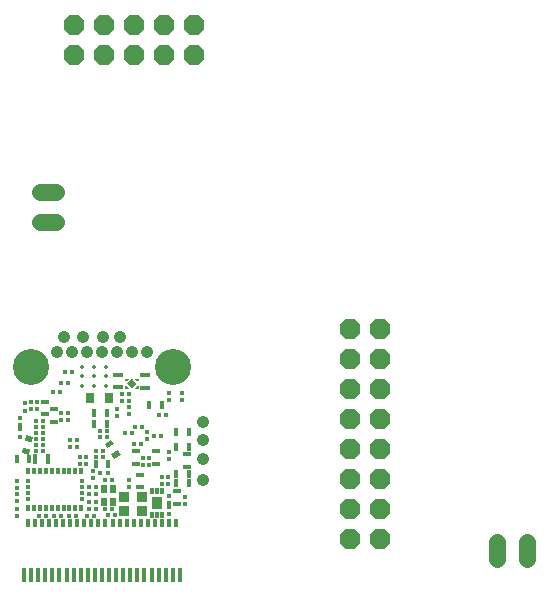
<source format=gbs>
G75*
%MOIN*%
%OFA0B0*%
%FSLAX25Y25*%
%IPPOS*%
%LPD*%
%AMOC8*
5,1,8,0,0,1.08239X$1,22.5*
%
%ADD10C,0.04137*%
%ADD11R,0.01381X0.01775*%
%ADD12R,0.02562X0.01775*%
%ADD13R,0.01775X0.02562*%
%ADD14R,0.01775X0.01381*%
%ADD15R,0.01775X0.03350*%
%ADD16R,0.03350X0.01775*%
%ADD17R,0.02956X0.03743*%
%ADD18C,0.00200*%
%ADD19OC8,0.06800*%
%ADD20C,0.01381*%
%ADD21R,0.02169X0.02562*%
%ADD22C,0.05600*%
%ADD23R,0.01184X0.02070*%
%ADD24R,0.01676X0.01184*%
%ADD25R,0.03743X0.03350*%
%ADD26R,0.01381X0.05121*%
%ADD27R,0.01381X0.02562*%
%ADD28R,0.03350X0.04137*%
%ADD29R,0.01381X0.01972*%
%ADD30C,0.12011*%
D10*
X0182969Y0124228D03*
X0187969Y0124228D03*
X0192969Y0124228D03*
X0197969Y0124228D03*
X0202969Y0124228D03*
X0207969Y0124228D03*
X0212969Y0124228D03*
X0204071Y0129268D03*
X0198165Y0129268D03*
X0191669Y0129268D03*
X0185173Y0129268D03*
X0231630Y0101118D03*
X0231630Y0095016D03*
X0231630Y0088717D03*
X0231630Y0081827D03*
D11*
X0217575Y0096236D03*
X0215213Y0096236D03*
X0210961Y0093835D03*
X0208598Y0093835D03*
X0208008Y0097378D03*
X0208992Y0099346D03*
X0211354Y0099346D03*
X0205646Y0097378D03*
X0199543Y0098165D03*
X0199543Y0096197D03*
X0197181Y0096197D03*
X0197181Y0098165D03*
X0189701Y0095016D03*
X0187339Y0095016D03*
X0187339Y0092654D03*
X0189701Y0092654D03*
X0196000Y0091472D03*
X0196000Y0089504D03*
X0198362Y0089504D03*
X0198362Y0091472D03*
X0197457Y0084071D03*
X0199819Y0084071D03*
X0198874Y0081551D03*
X0201236Y0081551D03*
X0196000Y0079268D03*
X0193638Y0079268D03*
X0193638Y0076906D03*
X0196000Y0076906D03*
X0196000Y0074346D03*
X0196000Y0071984D03*
X0195409Y0069819D03*
X0193047Y0069819D03*
X0193638Y0071984D03*
X0193638Y0074346D03*
X0189307Y0069701D03*
X0186945Y0069701D03*
X0184386Y0069819D03*
X0182024Y0069819D03*
X0179465Y0069819D03*
X0177102Y0069819D03*
X0199071Y0071945D03*
X0199898Y0069976D03*
X0202260Y0069976D03*
X0201433Y0071945D03*
X0178283Y0091472D03*
X0178283Y0093441D03*
X0178283Y0095409D03*
X0178283Y0097378D03*
X0178283Y0099346D03*
X0178283Y0101315D03*
X0175921Y0101315D03*
X0175921Y0099346D03*
X0175921Y0097378D03*
X0175921Y0095409D03*
X0175921Y0093441D03*
X0175921Y0091472D03*
X0181669Y0111118D03*
X0184031Y0111118D03*
X0184425Y0114150D03*
X0186787Y0114150D03*
X0187929Y0117850D03*
X0185567Y0117850D03*
X0216827Y0103323D03*
X0219189Y0103323D03*
D12*
X0216079Y0091210D03*
X0216079Y0087010D03*
X0210764Y0083533D03*
X0209386Y0087010D03*
X0209386Y0091210D03*
X0210764Y0079333D03*
X0222969Y0078021D03*
X0222969Y0073821D03*
X0226236Y0086144D03*
X0226236Y0090344D03*
X0181827Y0101183D03*
X0179071Y0103546D03*
X0181827Y0105383D03*
X0179071Y0107746D03*
D13*
G36*
X0172191Y0094832D02*
X0172590Y0096560D01*
X0175085Y0095984D01*
X0174686Y0094256D01*
X0172191Y0094832D01*
G37*
G36*
X0171246Y0090740D02*
X0171645Y0092468D01*
X0174140Y0091892D01*
X0173741Y0090164D01*
X0171246Y0090740D01*
G37*
X0169491Y0088717D03*
X0173691Y0088717D03*
X0195869Y0087142D03*
X0200069Y0087142D03*
G36*
X0201997Y0088732D02*
X0201062Y0090238D01*
X0203239Y0091588D01*
X0204174Y0090082D01*
X0201997Y0088732D01*
G37*
G36*
X0199784Y0092302D02*
X0198849Y0093808D01*
X0201026Y0095158D01*
X0201961Y0093652D01*
X0199784Y0092302D01*
G37*
X0199675Y0100528D03*
X0199675Y0104071D03*
X0195475Y0104071D03*
X0195475Y0100528D03*
X0213782Y0106787D03*
X0217982Y0106787D03*
X0222640Y0097614D03*
X0226840Y0097614D03*
X0226998Y0092850D03*
X0222798Y0092850D03*
X0222640Y0083598D03*
X0222640Y0080843D03*
X0226840Y0080843D03*
X0226840Y0083598D03*
D14*
X0169622Y0069819D03*
X0169622Y0072181D03*
X0169622Y0074543D03*
X0169622Y0076906D03*
X0169622Y0078874D03*
X0169622Y0081236D03*
X0170803Y0096197D03*
X0170803Y0098559D03*
X0170803Y0100134D03*
X0170803Y0102496D03*
X0172378Y0104858D03*
X0174346Y0105252D03*
X0176315Y0105252D03*
X0176315Y0107614D03*
X0174346Y0107614D03*
X0172378Y0107220D03*
X0184189Y0104071D03*
X0184189Y0101709D03*
X0186591Y0101787D03*
X0186591Y0104150D03*
X0203087Y0105252D03*
X0203087Y0102890D03*
X0207063Y0103598D03*
X0207063Y0105961D03*
X0207024Y0108008D03*
X0207024Y0110370D03*
X0204661Y0110370D03*
X0204661Y0108008D03*
X0212929Y0097772D03*
X0212929Y0095409D03*
X0213717Y0089110D03*
X0211748Y0089110D03*
X0211748Y0086748D03*
X0213717Y0086748D03*
X0218047Y0082614D03*
X0219976Y0082614D03*
X0219976Y0080252D03*
X0218047Y0080252D03*
X0220252Y0076354D03*
X0220252Y0073992D03*
X0220213Y0072575D03*
X0220213Y0070213D03*
X0225528Y0073756D03*
X0225528Y0076118D03*
X0220409Y0088677D03*
X0220409Y0091039D03*
X0207024Y0081630D03*
X0207024Y0079268D03*
X0194819Y0082417D03*
X0194819Y0084780D03*
X0192654Y0087142D03*
X0190488Y0087142D03*
X0190488Y0089504D03*
X0192654Y0089504D03*
X0220409Y0108205D03*
X0220409Y0110567D03*
X0224740Y0110567D03*
X0224740Y0108205D03*
D15*
X0179990Y0088717D03*
X0175790Y0088717D03*
D16*
X0203283Y0112601D03*
X0203283Y0116801D03*
X0212339Y0116604D03*
X0212339Y0112404D03*
D17*
X0200331Y0109110D03*
X0193874Y0109110D03*
D18*
X0205508Y0112319D02*
X0205508Y0112949D01*
X0206098Y0112949D01*
X0206728Y0112319D01*
X0205508Y0112319D01*
X0205508Y0112460D02*
X0206587Y0112460D01*
X0206389Y0112658D02*
X0205508Y0112658D01*
X0205508Y0112857D02*
X0206190Y0112857D01*
X0206936Y0113452D02*
X0208686Y0113452D01*
X0208488Y0113254D02*
X0207134Y0113254D01*
X0207333Y0113055D02*
X0208289Y0113055D01*
X0208091Y0112857D02*
X0207531Y0112857D01*
X0207730Y0112658D02*
X0207892Y0112658D01*
X0207811Y0112577D02*
X0209147Y0113913D01*
X0207811Y0115250D01*
X0206475Y0113913D01*
X0207811Y0112577D01*
X0208894Y0112319D02*
X0209524Y0112949D01*
X0210114Y0112949D01*
X0210114Y0112319D01*
X0208894Y0112319D01*
X0209035Y0112460D02*
X0210114Y0112460D01*
X0210114Y0112658D02*
X0209233Y0112658D01*
X0209432Y0112857D02*
X0210114Y0112857D01*
X0209083Y0113849D02*
X0206539Y0113849D01*
X0206609Y0114048D02*
X0209013Y0114048D01*
X0208814Y0114246D02*
X0206808Y0114246D01*
X0207006Y0114445D02*
X0208616Y0114445D01*
X0208417Y0114643D02*
X0207205Y0114643D01*
X0207403Y0114842D02*
X0208219Y0114842D01*
X0208020Y0115040D02*
X0207602Y0115040D01*
X0207800Y0115239D02*
X0207822Y0115239D01*
X0208894Y0115508D02*
X0209524Y0114878D01*
X0210114Y0114878D01*
X0210114Y0115508D01*
X0208894Y0115508D01*
X0208964Y0115437D02*
X0210114Y0115437D01*
X0210114Y0115239D02*
X0209163Y0115239D01*
X0209361Y0115040D02*
X0210114Y0115040D01*
X0208885Y0113651D02*
X0206737Y0113651D01*
X0206098Y0114878D02*
X0205508Y0114878D01*
X0205508Y0115508D01*
X0206728Y0115508D01*
X0206098Y0114878D01*
X0206261Y0115040D02*
X0205508Y0115040D01*
X0205508Y0115239D02*
X0206459Y0115239D01*
X0206658Y0115437D02*
X0205508Y0115437D01*
D19*
X0280764Y0111984D03*
X0290764Y0111984D03*
X0290764Y0121984D03*
X0280764Y0121984D03*
X0280764Y0131984D03*
X0290764Y0131984D03*
X0290764Y0101984D03*
X0290764Y0091984D03*
X0280764Y0091984D03*
X0280764Y0101984D03*
X0280764Y0081984D03*
X0290764Y0081984D03*
X0290764Y0071984D03*
X0290764Y0061984D03*
X0280764Y0061984D03*
X0280764Y0071984D03*
X0228598Y0223480D03*
X0218598Y0223480D03*
X0208598Y0223480D03*
X0198598Y0223480D03*
X0188598Y0223480D03*
X0188598Y0233480D03*
X0198598Y0233480D03*
X0208598Y0233480D03*
X0218598Y0233480D03*
X0228598Y0233480D03*
D20*
X0199346Y0119425D03*
X0199346Y0116276D03*
X0199346Y0113126D03*
X0195409Y0113126D03*
X0195409Y0116276D03*
X0195409Y0119425D03*
X0191472Y0119425D03*
X0191472Y0116276D03*
X0191472Y0113126D03*
D21*
X0198638Y0078795D03*
X0201787Y0078795D03*
X0201787Y0074465D03*
X0198638Y0074465D03*
D22*
X0329661Y0060905D02*
X0329661Y0055505D01*
X0339661Y0055505D02*
X0339661Y0060905D01*
X0182558Y0167850D02*
X0177158Y0167850D01*
X0177158Y0177850D02*
X0182558Y0177850D01*
D23*
X0183205Y0084622D03*
X0185173Y0084622D03*
X0187142Y0084622D03*
X0189110Y0084622D03*
X0191079Y0084622D03*
X0181236Y0084622D03*
X0179268Y0084622D03*
X0177299Y0084622D03*
X0175331Y0084622D03*
X0173362Y0084622D03*
X0173362Y0072339D03*
X0175331Y0072339D03*
X0177299Y0072339D03*
X0179268Y0072339D03*
X0181236Y0072339D03*
X0183205Y0072339D03*
X0185173Y0072339D03*
X0187142Y0072339D03*
X0189110Y0072339D03*
X0191079Y0072339D03*
D24*
X0191276Y0075528D03*
X0191276Y0077496D03*
X0191276Y0079465D03*
X0191276Y0081433D03*
X0173165Y0081433D03*
X0173165Y0079465D03*
X0173165Y0077496D03*
X0173165Y0075528D03*
D25*
X0205252Y0076118D03*
X0205252Y0071394D03*
X0211157Y0071394D03*
X0211157Y0076118D03*
D26*
X0212142Y0050008D03*
X0214504Y0050008D03*
X0216866Y0050008D03*
X0219228Y0050008D03*
X0221591Y0050008D03*
X0223953Y0050008D03*
X0209780Y0050008D03*
X0207417Y0050008D03*
X0205055Y0050008D03*
X0202693Y0050008D03*
X0200331Y0050008D03*
X0197969Y0050008D03*
X0195606Y0050008D03*
X0193244Y0050008D03*
X0190882Y0050008D03*
X0188520Y0050008D03*
X0186157Y0050008D03*
X0183795Y0050008D03*
X0181433Y0050008D03*
X0179071Y0050008D03*
X0176709Y0050008D03*
X0174346Y0050008D03*
X0171984Y0050008D03*
D27*
X0173165Y0067331D03*
X0175528Y0067331D03*
X0177890Y0067331D03*
X0180252Y0067331D03*
X0182614Y0067331D03*
X0184976Y0067331D03*
X0187339Y0067331D03*
X0189701Y0067331D03*
X0192063Y0067331D03*
X0194425Y0067331D03*
X0196787Y0067331D03*
X0199150Y0067331D03*
X0201512Y0067331D03*
X0203874Y0067331D03*
X0206236Y0067331D03*
X0208598Y0067331D03*
X0210961Y0067331D03*
X0213323Y0067331D03*
X0215685Y0067331D03*
X0218047Y0067331D03*
X0220409Y0067331D03*
X0222772Y0067331D03*
D28*
X0216276Y0073953D03*
D29*
X0216276Y0077890D03*
X0217850Y0077890D03*
X0214701Y0077890D03*
X0214701Y0070016D03*
X0216276Y0070016D03*
X0217850Y0070016D03*
D30*
X0221591Y0119425D03*
X0174346Y0119425D03*
M02*

</source>
